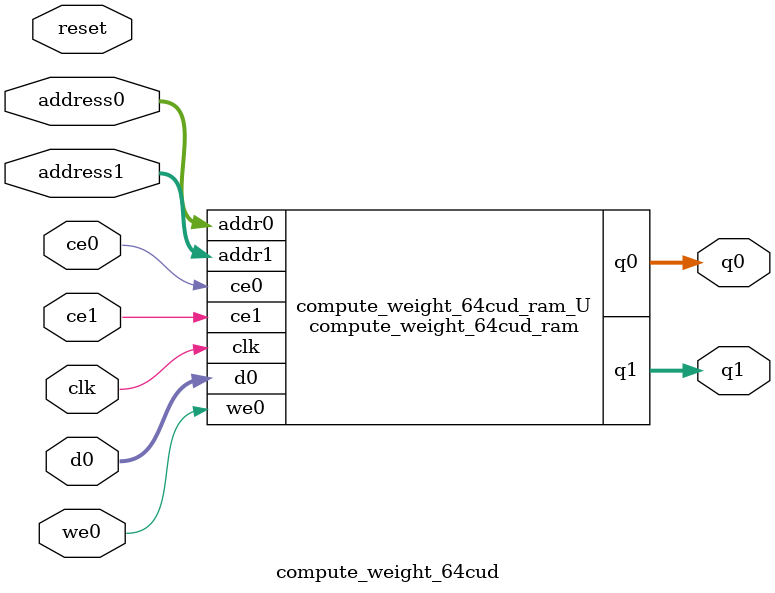
<source format=v>

`timescale 1 ns / 1 ps
module compute_weight_64cud_ram (addr0, ce0, d0, we0, q0, addr1, ce1, q1,  clk);

parameter DWIDTH = 32;
parameter AWIDTH = 14;
parameter MEM_SIZE = 16384;

input[AWIDTH-1:0] addr0;
input ce0;
input[DWIDTH-1:0] d0;
input we0;
output reg[DWIDTH-1:0] q0;
input[AWIDTH-1:0] addr1;
input ce1;
output reg[DWIDTH-1:0] q1;
input clk;

(* ram_style = "block" *)reg [DWIDTH-1:0] ram[0:MEM_SIZE-1];




always @(posedge clk)  
begin 
    if (ce0) 
    begin
        if (we0) 
        begin 
            ram[addr0] <= d0; 
            q0 <= d0;
        end 
        else 
            q0 <= ram[addr0];
    end
end


always @(posedge clk)  
begin 
    if (ce1) 
    begin
            q1 <= ram[addr1];
    end
end


endmodule


`timescale 1 ns / 1 ps
module compute_weight_64cud(
    reset,
    clk,
    address0,
    ce0,
    we0,
    d0,
    q0,
    address1,
    ce1,
    q1);

parameter DataWidth = 32'd32;
parameter AddressRange = 32'd16384;
parameter AddressWidth = 32'd14;
input reset;
input clk;
input[AddressWidth - 1:0] address0;
input ce0;
input we0;
input[DataWidth - 1:0] d0;
output[DataWidth - 1:0] q0;
input[AddressWidth - 1:0] address1;
input ce1;
output[DataWidth - 1:0] q1;



compute_weight_64cud_ram compute_weight_64cud_ram_U(
    .clk( clk ),
    .addr0( address0 ),
    .ce0( ce0 ),
    .we0( we0 ),
    .d0( d0 ),
    .q0( q0 ),
    .addr1( address1 ),
    .ce1( ce1 ),
    .q1( q1 ));

endmodule


</source>
